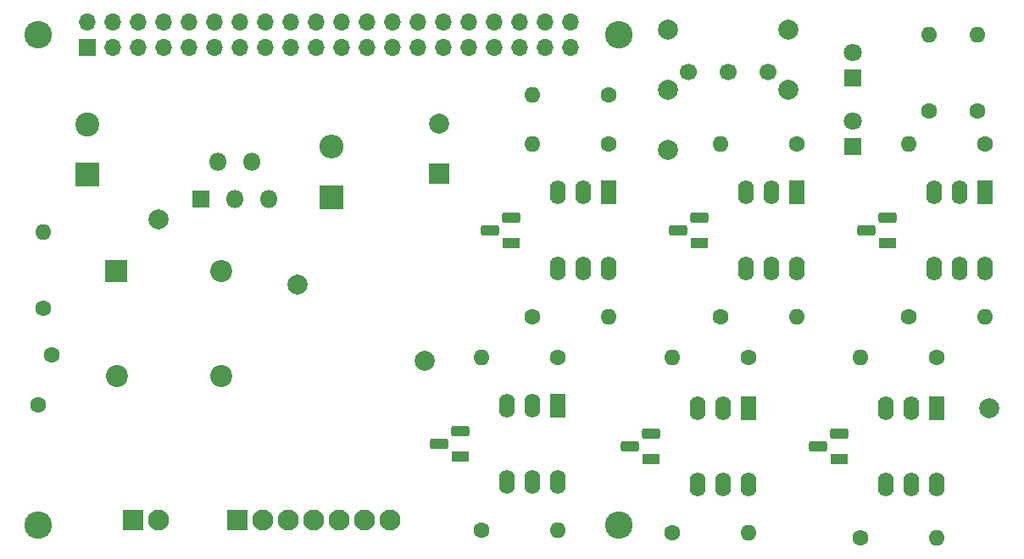
<source format=gbr>
%TF.GenerationSoftware,KiCad,Pcbnew,(6.0.11-0)*%
%TF.CreationDate,2023-02-13T11:09:09-07:00*%
%TF.ProjectId,Pi20,50693230-2e6b-4696-9361-645f70636258,rev?*%
%TF.SameCoordinates,Original*%
%TF.FileFunction,Soldermask,Top*%
%TF.FilePolarity,Negative*%
%FSLAX46Y46*%
G04 Gerber Fmt 4.6, Leading zero omitted, Abs format (unit mm)*
G04 Created by KiCad (PCBNEW (6.0.11-0)) date 2023-02-13 11:09:09*
%MOMM*%
%LPD*%
G01*
G04 APERTURE LIST*
G04 Aperture macros list*
%AMRoundRect*
0 Rectangle with rounded corners*
0 $1 Rounding radius*
0 $2 $3 $4 $5 $6 $7 $8 $9 X,Y pos of 4 corners*
0 Add a 4 corners polygon primitive as box body*
4,1,4,$2,$3,$4,$5,$6,$7,$8,$9,$2,$3,0*
0 Add four circle primitives for the rounded corners*
1,1,$1+$1,$2,$3*
1,1,$1+$1,$4,$5*
1,1,$1+$1,$6,$7*
1,1,$1+$1,$8,$9*
0 Add four rect primitives between the rounded corners*
20,1,$1+$1,$2,$3,$4,$5,0*
20,1,$1+$1,$4,$5,$6,$7,0*
20,1,$1+$1,$6,$7,$8,$9,0*
20,1,$1+$1,$8,$9,$2,$3,0*%
G04 Aperture macros list end*
%ADD10C,2.750000*%
%ADD11C,2.400000*%
%ADD12R,2.400000X2.400000*%
%ADD13C,2.000000*%
%ADD14R,2.000000X2.000000*%
%ADD15C,2.100000*%
%ADD16R,2.100000X2.100000*%
%ADD17O,1.700000X1.700000*%
%ADD18R,1.700000X1.700000*%
%ADD19C,2.200000*%
%ADD20R,2.200000X2.200000*%
%ADD21O,2.400000X2.400000*%
%ADD22C,1.800000*%
%ADD23R,1.800000X1.800000*%
%ADD24RoundRect,0.275000X0.625000X-0.275000X0.625000X0.275000X-0.625000X0.275000X-0.625000X-0.275000X0*%
%ADD25R,1.800000X1.100000*%
%ADD26C,1.600000*%
%ADD27O,1.600000X1.600000*%
%ADD28C,1.700000*%
%ADD29O,1.800000X1.800000*%
%ADD30O,1.600000X2.400000*%
%ADD31R,1.600000X2.400000*%
G04 APERTURE END LIST*
D10*
%TO.C,RP1*%
X97550000Y-42570000D03*
X97550000Y-91570000D03*
X39550000Y-91570000D03*
X39550000Y-42570000D03*
%TD*%
D11*
%TO.C,C1*%
X44492000Y-51508000D03*
D12*
X44492000Y-56508000D03*
%TD*%
D13*
%TO.C,C2*%
X79612000Y-51468000D03*
D14*
X79612000Y-56468000D03*
%TD*%
D15*
%TO.C,J1*%
X51582000Y-91074000D03*
D16*
X49042000Y-91074000D03*
%TD*%
D15*
%TO.C,J2*%
X74696000Y-91074000D03*
X72156000Y-91074000D03*
X69616000Y-91074000D03*
X67076000Y-91074000D03*
X64536000Y-91074000D03*
X61996000Y-91074000D03*
D16*
X59456000Y-91074000D03*
%TD*%
D17*
%TO.C,J3*%
X92730000Y-41290000D03*
X92730000Y-43830000D03*
X90190000Y-41290000D03*
X90190000Y-43830000D03*
X87650000Y-41290000D03*
X87650000Y-43830000D03*
X85110000Y-41290000D03*
X85110000Y-43830000D03*
X82570000Y-41290000D03*
X82570000Y-43830000D03*
X80030000Y-41290000D03*
X80030000Y-43830000D03*
X77490000Y-41290000D03*
X77490000Y-43830000D03*
X74950000Y-41290000D03*
X74950000Y-43830000D03*
X72410000Y-41290000D03*
X72410000Y-43830000D03*
X69870000Y-41290000D03*
X69870000Y-43830000D03*
X67330000Y-41290000D03*
X67330000Y-43830000D03*
X64790000Y-41290000D03*
X64790000Y-43830000D03*
X62250000Y-41290000D03*
X62250000Y-43830000D03*
X59710000Y-41290000D03*
X59710000Y-43830000D03*
X57170000Y-41290000D03*
X57170000Y-43830000D03*
X54630000Y-41290000D03*
X54630000Y-43830000D03*
X52090000Y-41290000D03*
X52090000Y-43830000D03*
X49550000Y-41290000D03*
X49550000Y-43830000D03*
X47010000Y-41290000D03*
X47010000Y-43830000D03*
X44470000Y-41290000D03*
D18*
X44470000Y-43830000D03*
%TD*%
D19*
%TO.C,D1*%
X57822000Y-66178000D03*
X57822000Y-76678000D03*
X47422000Y-76678000D03*
D20*
X47322000Y-66178000D03*
%TD*%
D21*
%TO.C,D2*%
X68852000Y-53778000D03*
D12*
X68852000Y-58858000D03*
%TD*%
D22*
%TO.C,D4*%
X120924000Y-51196000D03*
D23*
X120924000Y-53736000D03*
%TD*%
D24*
%TO.C,D5*%
X124372000Y-60848000D03*
X122302000Y-62118000D03*
D25*
X124372000Y-63388000D03*
%TD*%
D24*
%TO.C,D6*%
X119546000Y-82438000D03*
X117476000Y-83708000D03*
D25*
X119546000Y-84978000D03*
%TD*%
D24*
%TO.C,D7*%
X105576000Y-60848000D03*
X103506000Y-62118000D03*
D25*
X105576000Y-63388000D03*
%TD*%
D24*
%TO.C,D8*%
X100750000Y-82438000D03*
X98680000Y-83708000D03*
D25*
X100750000Y-84978000D03*
%TD*%
D24*
%TO.C,D9*%
X86780000Y-60848000D03*
X84710000Y-62118000D03*
D25*
X86780000Y-63388000D03*
%TD*%
D24*
%TO.C,D10*%
X81700000Y-82184000D03*
X79630000Y-83454000D03*
D25*
X81700000Y-84724000D03*
%TD*%
D26*
%TO.C,F1*%
X39572000Y-79588000D03*
X40872000Y-74588000D03*
%TD*%
D13*
%TO.C,L1*%
X78152000Y-75208000D03*
X65452000Y-67588000D03*
%TD*%
D27*
%TO.C,R2*%
X133370000Y-42560000D03*
D26*
X133370000Y-50180000D03*
%TD*%
D27*
%TO.C,R3*%
X126512000Y-53482000D03*
D26*
X134132000Y-53482000D03*
%TD*%
D27*
%TO.C,R4*%
X134132000Y-70754000D03*
D26*
X126512000Y-70754000D03*
%TD*%
D27*
%TO.C,R5*%
X121686000Y-74818000D03*
D26*
X129306000Y-74818000D03*
%TD*%
D27*
%TO.C,R6*%
X129306000Y-92852000D03*
D26*
X121686000Y-92852000D03*
%TD*%
D27*
%TO.C,R7*%
X107716000Y-53482000D03*
D26*
X115336000Y-53482000D03*
%TD*%
D27*
%TO.C,R8*%
X115336000Y-70754000D03*
D26*
X107716000Y-70754000D03*
%TD*%
D27*
%TO.C,R9*%
X102890000Y-74818000D03*
D26*
X110510000Y-74818000D03*
%TD*%
D27*
%TO.C,R10*%
X110510000Y-92344000D03*
D26*
X102890000Y-92344000D03*
%TD*%
D27*
%TO.C,R11*%
X88920000Y-53482000D03*
D26*
X96540000Y-53482000D03*
%TD*%
D27*
%TO.C,R12*%
X96540000Y-70754000D03*
D26*
X88920000Y-70754000D03*
%TD*%
D27*
%TO.C,R13*%
X83840000Y-74818000D03*
D26*
X91460000Y-74818000D03*
%TD*%
D27*
%TO.C,R14*%
X91460000Y-92090000D03*
D26*
X83840000Y-92090000D03*
%TD*%
D28*
%TO.C,SW1*%
X104452000Y-46288000D03*
X108452000Y-46288000D03*
X112452000Y-46288000D03*
D13*
X114452000Y-48038000D03*
X114452000Y-42038000D03*
X102452000Y-42038000D03*
X102452000Y-48038000D03*
%TD*%
D29*
%TO.C,U1*%
X62602000Y-58998000D03*
X60902000Y-55298000D03*
X59202000Y-58998000D03*
X57502000Y-55298000D03*
D23*
X55802000Y-58998000D03*
%TD*%
D30*
%TO.C,U2*%
X134132000Y-65928000D03*
X131592000Y-65928000D03*
X129052000Y-65928000D03*
X129052000Y-58308000D03*
X131592000Y-58308000D03*
D31*
X134132000Y-58308000D03*
%TD*%
D30*
%TO.C,U3*%
X129306000Y-87518000D03*
X126766000Y-87518000D03*
X124226000Y-87518000D03*
X124226000Y-79898000D03*
X126766000Y-79898000D03*
D31*
X129306000Y-79898000D03*
%TD*%
D30*
%TO.C,U4*%
X115336000Y-65928000D03*
X112796000Y-65928000D03*
X110256000Y-65928000D03*
X110256000Y-58308000D03*
X112796000Y-58308000D03*
D31*
X115336000Y-58308000D03*
%TD*%
D30*
%TO.C,U5*%
X110510000Y-87518000D03*
X107970000Y-87518000D03*
X105430000Y-87518000D03*
X105430000Y-79898000D03*
X107970000Y-79898000D03*
D31*
X110510000Y-79898000D03*
%TD*%
D30*
%TO.C,U6*%
X96540000Y-65928000D03*
X94000000Y-65928000D03*
X91460000Y-65928000D03*
X91460000Y-58308000D03*
X94000000Y-58308000D03*
D31*
X96540000Y-58308000D03*
%TD*%
D30*
%TO.C,U7*%
X91460000Y-87264000D03*
X88920000Y-87264000D03*
X86380000Y-87264000D03*
X86380000Y-79644000D03*
X88920000Y-79644000D03*
D31*
X91460000Y-79644000D03*
%TD*%
D22*
%TO.C,D3*%
X120924000Y-44338000D03*
D23*
X120924000Y-46878000D03*
%TD*%
D27*
%TO.C,R1*%
X128544000Y-42560000D03*
D26*
X128544000Y-50180000D03*
%TD*%
D27*
%TO.C,R15*%
X40082000Y-62298000D03*
D26*
X40082000Y-69918000D03*
%TD*%
D27*
%TO.C,R16*%
X88922000Y-48588000D03*
D26*
X96542000Y-48588000D03*
%TD*%
D13*
%TO.C,TP3*%
X134580000Y-79930000D03*
%TD*%
%TO.C,TP1*%
X51610000Y-61050000D03*
%TD*%
%TO.C,TP2*%
X102472000Y-54118000D03*
%TD*%
M02*

</source>
